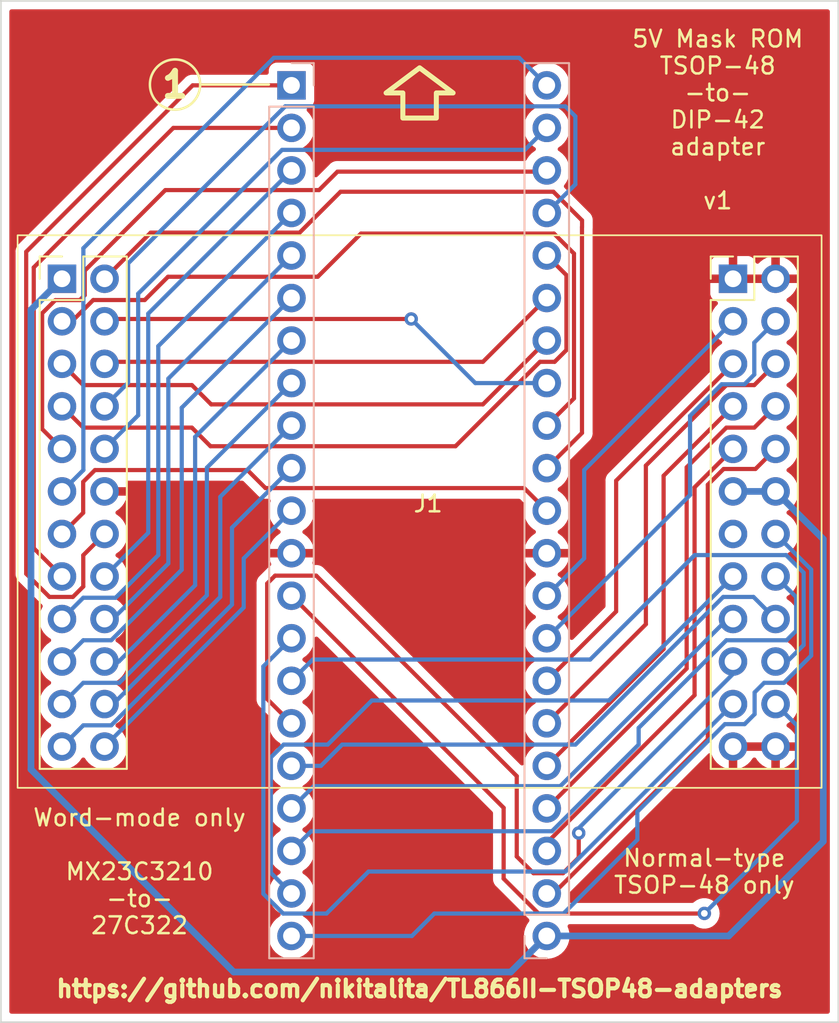
<source format=kicad_pcb>
(kicad_pcb (version 20211014) (generator pcbnew)
  (layers (0 "F.Cu" signal) (31 "B.Cu" signal) (34 "B.Paste" user) (35 "F.Paste" user) (36 "B.SilkS" user "B.Silkscreen") (37 "F.SilkS" user "F.Silkscreen") (38 "B.Mask" user) (39 "F.Mask" user) (44 "Edge.Cuts" user))
  (net 0 "")
  (net 2 "/A19")
  (net 3 "/VSS")
  (net 4 "/VCC")
  (net 5 "/A18")
  (net 6 "/A17")
  (net 7 "/A7")
  (net 8 "/A6")
  (net 9 "/A5")
  (net 10 "/A4")
  (net 11 "/A3")
  (net 12 "/A2")
  (net 13 "/A1")
  (net 14 "/A0")
  (net 15 "/~{CE}")
  (net 16 "/~{OE}")
  (net 17 "/D0")
  (net 18 "/D8")
  (net 19 "/D1")
  (net 20 "/D9")
  (net 21 "/D2")
  (net 22 "/D10")
  (net 23 "/D3")
  (net 24 "/D11")
  (net 25 "/D4")
  (net 26 "/D12")
  (net 27 "/D5")
  (net 28 "/D13")
  (net 29 "/D6")
  (net 30 "/D14")
  (net 31 "/D7")
  (net 32 "/D15")
  (net 33 "/A20")
  (net 34 "/A16")
  (net 35 "/A15")
  (net 36 "/A14")
  (net 37 "/A13")
  (net 38 "/A12")
  (net 39 "/A11")
  (net 40 "/A10")
  (net 41 "/A9")
  (net 42 "/A8")
  (footprint "Library:TSOP-48_02x02x12_breakout board" (layer "F.Cu") (at 145 81)
    (fp_text reference "J1" (at 0 -0.51 unlocked) (layer "F.SilkS"))
    (fp_text value "TSOP-48-breakout-board")
    (fp_line (start -21.858 -15.272) (end -23.188 -15.272) (layer "F.SilkS") (width 0.12))
    (fp_line (start 18.202 -15.272) (end 16.872 -15.272) (layer "F.SilkS") (width 0.12))
    (fp_line (start 16.872 -15.272) (end 16.872 -13.942) (layer "F.SilkS") (width 0.12))
    (fp_line (start -17.988 15.328) (end -23.188 15.328) (layer "F.SilkS") (width 0.12))
    (fp_line (start 22.072 -15.272) (end 22.072 15.328) (layer "F.SilkS") (width 0.12))
    (fp_line (start -23.188 -15.272) (end -23.188 -13.942) (layer "F.SilkS") (width 0.12))
    (fp_line (start 19.472 -12.672) (end 16.872 -12.672) (layer "F.SilkS") (width 0.12))
    (fp_line (start -23.188 -12.672) (end -23.188 15.328) (layer "F.SilkS") (width 0.12))
    (fp_line (start 22.072 15.328) (end 16.872 15.328) (layer "F.SilkS") (width 0.12))
    (fp_line (start 19.472 -15.272) (end 19.472 -12.672) (layer "F.SilkS") (width 0.12))
    (fp_line (start -20.588 -15.272) (end -20.588 -12.672) (layer "F.SilkS") (width 0.12))
    (fp_line (start 22.072 -15.272) (end 19.472 -15.272) (layer "F.SilkS") (width 0.12))
    (fp_line (start -17.988 -15.272) (end -20.588 -15.272) (layer "F.SilkS") (width 0.12))
    (fp_line (start -20.588 -12.672) (end -23.188 -12.672) (layer "F.SilkS") (width 0.12))
    (fp_line (start 16.872 -12.672) (end 16.872 15.328) (layer "F.SilkS") (width 0.12))
    (fp_line (start -17.988 -15.272) (end -17.988 15.328) (layer "F.SilkS") (width 0.12))
    (pad "1" thru_hole rect (at -21.858 -13.942 180) (size 1.7 1.7) (drill 1) (layers *.Cu *.Mask) (net 4 "/VCC"))
    (pad "2" thru_hole oval (at -19.318 -13.942 180) (size 1.7 1.7) (drill 1) (layers *.Cu *.Mask) (net 34 "/A16"))
    (pad "3" thru_hole oval (at -21.858 -11.402 180) (size 1.7 1.7) (drill 1) (layers *.Cu *.Mask) (net 35 "/A15"))
    (pad "4" thru_hole oval (at -19.318 -11.402 180) (size 1.7 1.7) (drill 1) (layers *.Cu *.Mask) (net 36 "/A14"))
    (pad "5" thru_hole oval (at -21.858 -8.862 180) (size 1.7 1.7) (drill 1) (layers *.Cu *.Mask) (net 37 "/A13"))
    (pad "6" thru_hole oval (at -19.318 -8.862 180) (size 1.7 1.7) (drill 1) (layers *.Cu *.Mask) (net 38 "/A12"))
    (pad "7" thru_hole oval (at -21.858 -6.322 180) (size 1.7 1.7) (drill 1) (layers *.Cu *.Mask) (net 39 "/A11"))
    (pad "8" thru_hole oval (at -19.318 -6.322 180) (size 1.7 1.7) (drill 1) (layers *.Cu *.Mask) (net 40 "/A10"))
    (pad "9" thru_hole oval (at -21.858 -3.782 180) (size 1.7 1.7) (drill 1) (layers *.Cu *.Mask) (net 41 "/A9"))
    (pad "10" thru_hole oval (at -19.318 -3.782 180) (size 1.7 1.7) (drill 1) (layers *.Cu *.Mask) (net 42 "/A8"))
    (pad "11" thru_hole oval (at -21.858 -1.242 180) (size 1.7 1.7) (drill 1) (layers *.Cu *.Mask) (net 2 "/A19"))
    (pad "12" thru_hole oval (at -19.318 -1.242 180) (size 1.7 1.7) (drill 1) (layers *.Cu *.Mask) (net 3 "/VSS"))
    (pad "13" thru_hole oval (at -21.858 1.298 180) (size 1.7 1.7) (drill 1) (layers *.Cu *.Mask) (net 33 "/A20"))
    (pad "14" thru_hole oval (at -19.318 1.298 180) (size 1.7 1.7) (drill 1) (layers *.Cu *.Mask) (net 5 "/A18"))
    (pad "15" thru_hole oval (at -21.858 3.838 180) (size 1.7 1.7) (drill 1) (layers *.Cu *.Mask) (net 6 "/A17"))
    (pad "16" thru_hole oval (at -19.318 3.838 180) (size 1.7 1.7) (drill 1) (layers *.Cu *.Mask) (net 7 "/A7"))
    (pad "17" thru_hole oval (at -21.858 6.378 180) (size 1.7 1.7) (drill 1) (layers *.Cu *.Mask) (net 8 "/A6"))
    (pad "18" thru_hole oval (at -19.318 6.378 180) (size 1.7 1.7) (drill 1) (layers *.Cu *.Mask) (net 9 "/A5"))
    (pad "19" thru_hole oval (at -21.858 8.918 180) (size 1.7 1.7) (drill 1) (layers *.Cu *.Mask) (net 10 "/A4"))
    (pad "20" thru_hole oval (at -19.318 8.918 180) (size 1.7 1.7) (drill 1) (layers *.Cu *.Mask) (net 11 "/A3"))
    (pad "21" thru_hole oval (at -21.858 11.458 180) (size 1.7 1.7) (drill 1) (layers *.Cu *.Mask) (net 12 "/A2"))
    (pad "22" thru_hole oval (at -19.318 11.458 180) (size 1.7 1.7) (drill 1) (layers *.Cu *.Mask) (net 13 "/A1"))
    (pad "23" thru_hole oval (at -21.858 13.998 180) (size 1.7 1.7) (drill 1) (layers *.Cu *.Mask) (net 14 "/A0"))
    (pad "24" thru_hole oval (at -19.318 13.998 180) (size 1.7 1.7) (drill 1) (layers *.Cu *.Mask) (net 15 "/~{CE}"))
    (pad "25" thru_hole oval (at 20.742 13.998 180) (size 1.7 1.7) (drill 1) (layers *.Cu *.Mask) (net 3 "/VSS"))
    (pad "26" thru_hole oval (at 18.202 13.998 180) (size 1.7 1.7) (drill 1) (layers *.Cu *.Mask) (net 3 "/VSS"))
    (pad "27" thru_hole oval (at 20.742 11.458 180) (size 1.7 1.7) (drill 1) (layers *.Cu *.Mask) (net 16 "/~{OE}"))
    (pad "28" thru_hole oval (at 18.202 11.458 180) (size 1.7 1.7) (drill 1) (layers *.Cu *.Mask) (net 17 "/D0"))
    (pad "29" thru_hole oval (at 20.742 8.918 180) (size 1.7 1.7) (drill 1) (layers *.Cu *.Mask) (net 18 "/D8"))
    (pad "30" thru_hole oval (at 18.202 8.918 180) (size 1.7 1.7) (drill 1) (layers *.Cu *.Mask) (net 19 "/D1"))
    (pad "31" thru_hole oval (at 20.742 6.378 180) (size 1.7 1.7) (drill 1) (layers *.Cu *.Mask) (net 20 "/D9"))
    (pad "32" thru_hole oval (at 18.202 6.378 180) (size 1.7 1.7) (drill 1) (layers *.Cu *.Mask) (net 21 "/D2"))
    (pad "33" thru_hole oval (at 20.742 3.838 180) (size 1.7 1.7) (drill 1) (layers *.Cu *.Mask) (net 22 "/D10"))
    (pad "34" thru_hole oval (at 18.202 3.838 180) (size 1.7 1.7) (drill 1) (layers *.Cu *.Mask) (net 23 "/D3"))
    (pad "35" thru_hole oval (at 20.742 1.298 180) (size 1.7 1.7) (drill 1) (layers *.Cu *.Mask) (net 24 "/D11"))
    (pad "36" thru_hole oval (at 18.202 1.298 180) (size 1.7 1.7) (drill 1) (layers *.Cu *.Mask))
    (pad "37" thru_hole oval (at 20.742 -1.242 180) (size 1.7 1.7) (drill 1) (layers *.Cu *.Mask) (net 4 "/VCC"))
    (pad "38" thru_hole oval (at 18.202 -1.242 180) (size 1.7 1.7) (drill 1) (layers *.Cu *.Mask) (net 4 "/VCC"))
    (pad "39" thru_hole oval (at 20.742 -3.782 180) (size 1.7 1.7) (drill 1) (layers *.Cu *.Mask) (net 25 "/D4"))
    (pad "40" thru_hole oval (at 18.202 -3.782 180) (size 1.7 1.7) (drill 1) (layers *.Cu *.Mask) (net 26 "/D12"))
    (pad "41" thru_hole oval (at 20.742 -6.322 180) (size 1.7 1.7) (drill 1) (layers *.Cu *.Mask) (net 27 "/D5"))
    (pad "42" thru_hole oval (at 18.202 -6.322 180) (size 1.7 1.7) (drill 1) (layers *.Cu *.Mask) (net 28 "/D13"))
    (pad "43" thru_hole oval (at 20.742 -8.862 180) (size 1.7 1.7) (drill 1) (layers *.Cu *.Mask) (net 29 "/D6"))
    (pad "44" thru_hole oval (at 18.202 -8.862 180) (size 1.7 1.7) (drill 1) (layers *.Cu *.Mask) (net 30 "/D14"))
    (pad "45" thru_hole oval (at 20.742 -11.402 180) (size 1.7 1.7) (drill 1) (layers *.Cu *.Mask) (net 31 "/D7"))
    (pad "46" thru_hole oval (at 18.202 -11.402 180) (size 1.7 1.7) (drill 1) (layers *.Cu *.Mask) (net 32 "/D15"))
    (pad "47" thru_hole oval (at 20.742 -13.942 180) (size 1.7 1.7) (drill 1) (layers *.Cu *.Mask) (net 3 "/VSS"))
    (pad "48" thru_hole rect (at 18.202 -13.942 180) (size 1.7 1.7) (drill 1) (layers *.Cu *.Mask) (net 3 "/VSS"))
  )
  (footprint "Library:27C322 Adaptor" (layer "B.Cu") (at 152.082 55.508 180)
    (fp_text reference "U2" hide)
    (fp_text value "27C322" hide)
    (fp_line (start 16.57 -1.27) (end 16.57 -52.13) (layer "B.SilkS") (width 0.12))
    (fp_line (start 1.33 -49.53) (end 1.33 1.33) (layer "B.SilkS") (width 0.12))
    (fp_line (start 13.91 1.33) (end 15.24 1.33) (layer "B.SilkS") (width 0.12))
    (fp_line (start 13.91 0) (end 13.91 1.33) (layer "B.SilkS") (width 0.12))
    (fp_line (start 1.33 1.33) (end -1.33 1.33) (layer "B.SilkS") (width 0.12))
    (fp_line (start 1.33 -50.8) (end 1.33 -52.13) (layer "B.SilkS") (width 0.12))
    (fp_line (start 13.91 -1.27) (end 16.57 -1.27) (layer "B.SilkS") (width 0.12))
    (fp_line (start 13.91 -52.13) (end 16.57 -52.13) (layer "B.SilkS") (width 0.12))
    (fp_line (start 13.91 -1.27) (end 13.91 -52.13) (layer "B.SilkS") (width 0.12))
    (fp_line (start -1.33 -49.53) (end -1.33 1.33) (layer "B.SilkS") (width 0.12))
    (fp_line (start 1.33 -49.53) (end -1.33 -49.53) (layer "B.SilkS") (width 0.12))
    (fp_line (start 1.33 -52.13) (end 0 -52.13) (layer "B.SilkS") (width 0.12))
    (pad "1" thru_hole rect (at 15.24 0 180) (size 1.7 1.7) (drill 1) (layers *.Cu *.Mask) (net 5 "/A18"))
    (pad "2" thru_hole oval (at 15.24 -2.54 180) (size 1.7 1.7) (drill 1) (layers *.Cu *.Mask) (net 6 "/A17"))
    (pad "3" thru_hole oval (at 15.24 -5.08 180) (size 1.7 1.7) (drill 1) (layers *.Cu *.Mask) (net 7 "/A7"))
    (pad "4" thru_hole oval (at 15.24 -7.62 180) (size 1.7 1.7) (drill 1) (layers *.Cu *.Mask) (net 8 "/A6"))
    (pad "5" thru_hole oval (at 15.24 -10.16 180) (size 1.7 1.7) (drill 1) (layers *.Cu *.Mask) (net 9 "/A5"))
    (pad "6" thru_hole oval (at 15.24 -12.7 180) (size 1.7 1.7) (drill 1) (layers *.Cu *.Mask) (net 10 "/A4"))
    (pad "7" thru_hole oval (at 15.24 -15.24 180) (size 1.7 1.7) (drill 1) (layers *.Cu *.Mask) (net 11 "/A3"))
    (pad "8" thru_hole oval (at 15.24 -17.78 180) (size 1.7 1.7) (drill 1) (layers *.Cu *.Mask) (net 12 "/A2"))
    (pad "9" thru_hole oval (at 15.24 -20.32 180) (size 1.7 1.7) (drill 1) (layers *.Cu *.Mask) (net 13 "/A1"))
    (pad "10" thru_hole oval (at 15.24 -22.86 180) (size 1.7 1.7) (drill 1) (layers *.Cu *.Mask) (net 14 "/A0"))
    (pad "11" thru_hole oval (at 15.24 -25.4 180) (size 1.7 1.7) (drill 1) (layers *.Cu *.Mask) (net 15 "/~{CE}"))
    (pad "12" thru_hole oval (at 15.24 -27.94 180) (size 1.7 1.7) (drill 1) (layers *.Cu *.Mask) (net 3 "/VSS"))
    (pad "13" thru_hole oval (at 15.24 -30.48 180) (size 1.7 1.7) (drill 1) (layers *.Cu *.Mask) (net 16 "/~{OE}"))
    (pad "14" thru_hole oval (at 15.24 -33.02 180) (size 1.7 1.7) (drill 1) (layers *.Cu *.Mask) (net 17 "/D0"))
    (pad "15" thru_hole oval (at 15.24 -35.56 180) (size 1.7 1.7) (drill 1) (layers *.Cu *.Mask) (net 18 "/D8"))
    (pad "16" thru_hole oval (at 15.24 -38.1 180) (size 1.7 1.7) (drill 1) (layers *.Cu *.Mask) (net 19 "/D1"))
    (pad "17" thru_hole oval (at 15.24 -40.64 180) (size 1.7 1.7) (drill 1) (layers *.Cu *.Mask) (net 20 "/D9"))
    (pad "18" thru_hole oval (at 15.24 -43.18 180) (size 1.7 1.7) (drill 1) (layers *.Cu *.Mask) (net 21 "/D2"))
    (pad "19" thru_hole oval (at 15.24 -45.72 180) (size 1.7 1.7) (drill 1) (layers *.Cu *.Mask) (net 22 "/D10"))
    (pad "20" thru_hole oval (at 15.24 -48.26 180) (size 1.7 1.7) (drill 1) (layers *.Cu *.Mask) (net 23 "/D3"))
    (pad "21" thru_hole oval (at 15.24 -50.8 180) (size 1.7 1.7) (drill 1) (layers *.Cu *.Mask) (net 24 "/D11"))
    (pad "22" thru_hole oval (at 0 -50.8 180) (size 1.7 1.7) (drill 1) (layers *.Cu *.Mask) (net 4 "/VCC"))
    (pad "23" thru_hole oval (at 0 -48.26 180) (size 1.7 1.7) (drill 1) (layers *.Cu *.Mask) (net 25 "/D4"))
    (pad "24" thru_hole oval (at 0 -45.72 180) (size 1.7 1.7) (drill 1) (layers *.Cu *.Mask) (net 26 "/D12"))
    (pad "25" thru_hole oval (at 0 -43.18 180) (size 1.7 1.7) (drill 1) (layers *.Cu *.Mask) (net 27 "/D5"))
    (pad "26" thru_hole oval (at 0 -40.64 180) (size 1.7 1.7) (drill 1) (layers *.Cu *.Mask) (net 28 "/D13"))
    (pad "27" thru_hole oval (at 0 -38.1 180) (size 1.7 1.7) (drill 1) (layers *.Cu *.Mask) (net 29 "/D6"))
    (pad "28" thru_hole oval (at 0 -35.56 180) (size 1.7 1.7) (drill 1) (layers *.Cu *.Mask) (net 30 "/D14"))
    (pad "29" thru_hole oval (at 0 -33.02 180) (size 1.7 1.7) (drill 1) (layers *.Cu *.Mask) (net 31 "/D7"))
    (pad "30" thru_hole oval (at 0 -30.48 180) (size 1.7 1.7) (drill 1) (layers *.Cu *.Mask) (net 32 "/D15"))
    (pad "31" thru_hole oval (at 0 -27.94 180) (size 1.7 1.7) (drill 1) (layers *.Cu *.Mask) (net 3 "/VSS"))
    (pad "32" thru_hole oval (at 0 -25.4 180) (size 1.7 1.7) (drill 1) (layers *.Cu *.Mask) (net 33 "/A20"))
    (pad "33" thru_hole oval (at 0 -22.86 180) (size 1.7 1.7) (drill 1) (layers *.Cu *.Mask) (net 34 "/A16"))
    (pad "34" thru_hole oval (at 0 -20.32 180) (size 1.7 1.7) (drill 1) (layers *.Cu *.Mask) (net 35 "/A15"))
    (pad "35" thru_hole oval (at 0 -17.78 180) (size 1.7 1.7) (drill 1) (layers *.Cu *.Mask) (net 36 "/A14"))
    (pad "36" thru_hole oval (at 0 -15.24 180) (size 1.7 1.7) (drill 1) (layers *.Cu *.Mask) (net 37 "/A13"))
    (pad "37" thru_hole oval (at 0 -12.7 180) (size 1.7 1.7) (drill 1) (layers *.Cu *.Mask) (net 38 "/A12"))
    (pad "38" thru_hole oval (at 0 -10.16 180) (size 1.7 1.7) (drill 1) (layers *.Cu *.Mask) (net 39 "/A11"))
    (pad "39" thru_hole oval (at 0 -7.62 180) (size 1.7 1.7) (drill 1) (layers *.Cu *.Mask) (net 40 "/A10"))
    (pad "40" thru_hole oval (at 0 -5.08 180) (size 1.7 1.7) (drill 1) (layers *.Cu *.Mask) (net 41 "/A9"))
    (pad "41" thru_hole oval (at 0 -2.54 180) (size 1.7 1.7) (drill 1) (layers *.Cu *.Mask) (net 42 "/A8"))
    (pad "42" thru_hole oval (at 0 0 180) (size 1.7 1.7) (drill 1) (layers *.Cu *.Mask) (net 2 "/A19"))
  )
  (gr_circle (center 129.89 55.46) (end 131.39 55.46) (layer "F.SilkS") (width 0.15) (fill none))
  (gr_poly (pts (xy 146.49 55.96) (xy 145.49 55.96) (xy 145.49 57.46) (xy 143.49 57.46) (xy 143.49 55.96) (xy 142.49 55.96) (xy 144.49 54.46)) (layer "F.SilkS") (width 0.3) (fill none))
  (gr_rect (start 120.49 64.46) (end 168.49 97.46) (layer "F.SilkS") (width 0.1) (fill none))
  (gr_line (start 135.49 55.46) (end 131.49 55.46) (layer "F.SilkS") (width 0.15))
  (gr_rect (start 119.49 50.46) (end 169.49 111.46) (layer "Edge.Cuts") (width 0.1) (fill none))
  (gr_text "1" (at 129.89 55.46) (layer "F.SilkS") (effects (font (size 1.5 1.5) (thickness 0.35))))
  (gr_text "https://github.com/nikitalita/TL866II-TSOP48-adapters" (at 144.49 109.46) (layer "F.SilkS") (effects (font (size 1 1) (thickness 0.25))))
  (gr_text "Normal-type\nTSOP-48 only" (at 161.49 102.46) (layer "F.SilkS") (effects (font (size 1 1))))
  (gr_text "Word-mode only\n\nMX23C3210\n-to-\n27C322" (at 127.77 102.46) (layer "F.SilkS") (effects (font (size 1 1))))
  (gr_text "5V Mask ROM\nTSOP-48\n-to-\nDIP-42\nadapter\n\nv1" (at 162.29 57.56) (layer "F.SilkS") (effects (font (size 1 1))))
  (segment (start 124.4174 65.2326) (end 124.4174 78.4826) (width 0.25) (layer "B.Cu") (net 2))
  (segment (start 135.79 53.86) (end 124.4174 65.2326) (width 0.25) (layer "B.Cu") (net 2))
  (segment (start 124.4174 78.4826) (end 123.142 79.758) (width 0.25) (layer "B.Cu") (net 2))
  (segment (start 152.082 55.508) (end 150.434 53.86) (width 0.25) (layer "B.Cu") (net 2))
  (segment (start 150.434 53.86) (end 135.79 53.86) (width 0.25) (layer "B.Cu") (net 2))
  (segment (start 133.39 108.46) (end 121.29 96.36) (width 0.4) (layer "B.Cu") (net 4))
  (segment (start 152.082 106.308) (end 149.93 108.46) (width 0.4) (layer "B.Cu") (net 4))
  (segment (start 162.942 106.308) (end 168.59 100.66) (width 0.4) (layer "B.Cu") (net 4))
  (segment (start 168.59 82.606) (end 165.742 79.758) (width 0.4) (layer "B.Cu") (net 4))
  (segment (start 168.59 100.66) (end 168.59 82.606) (width 0.4) (layer "B.Cu") (net 4))
  (segment (start 121.29 68.91) (end 123.142 67.058) (width 0.4) (layer "B.Cu") (net 4))
  (segment (start 149.93 108.46) (end 133.39 108.46) (width 0.4) (layer "B.Cu") (net 4))
  (segment (start 163.202 79.758) (end 165.742 79.758) (width 0.4) (layer "B.Cu") (net 4))
  (segment (start 121.29 96.36) (end 121.29 68.91) (width 0.4) (layer "B.Cu") (net 4))
  (segment (start 152.082 106.308) (end 162.942 106.308) (width 0.4) (layer "B.Cu") (net 4))
  (segment (start 121.0044 65.4456) (end 121.0044 84.6744) (width 0.25) (layer "F.Cu") (net 5))
  (segment (start 121.0044 84.6744) (end 122.39 86.06) (width 0.25) (layer "F.Cu") (net 5))
  (segment (start 123.79 86.06) (end 124.412 85.438) (width 0.25) (layer "F.Cu") (net 5))
  (segment (start 124.412 85.438) (end 124.412 83.568) (width 0.25) (layer "F.Cu") (net 5))
  (segment (start 130.942 55.508) (end 121.0044 65.4456) (width 0.25) (layer "F.Cu") (net 5))
  (segment (start 124.412 83.568) (end 125.682 82.298) (width 0.25) (layer "F.Cu") (net 5))
  (segment (start 136.842 55.508) (end 130.942 55.508) (width 0.25) (layer "F.Cu") (net 5))
  (segment (start 122.39 86.06) (end 123.79 86.06) (width 0.25) (layer "F.Cu") (net 5))
  (segment (start 136.842 58.048) (end 129.7896 58.048) (width 0.25) (layer "F.Cu") (net 6))
  (segment (start 129.7896 58.048) (end 121.4548 66.3828) (width 0.25) (layer "F.Cu") (net 6))
  (segment (start 121.4548 66.3828) (end 121.4548 83.1508) (width 0.25) (layer "F.Cu") (net 6))
  (segment (start 121.4548 83.1508) (end 123.142 84.838) (width 0.25) (layer "F.Cu") (net 6))
  (segment (start 125.682 84.838) (end 128.29 82.23) (width 0.25) (layer "B.Cu") (net 7))
  (segment (start 128.29 69.14) (end 136.842 60.588) (width 0.25) (layer "B.Cu") (net 7))
  (segment (start 128.29 82.23) (end 128.29 69.14) (width 0.25) (layer "B.Cu") (net 7))
  (segment (start 128.89 71.08) (end 128.89 83.56) (width 0.25) (layer "B.Cu") (net 8))
  (segment (start 128.89 83.56) (end 126.342 86.108) (width 0.25) (layer "B.Cu") (net 8))
  (segment (start 136.842 63.128) (end 128.89 71.08) (width 0.25) (layer "B.Cu") (net 8))
  (segment (start 124.412 86.108) (end 123.142 87.378) (width 0.25) (layer "B.Cu") (net 8))
  (segment (start 126.342 86.108) (end 124.412 86.108) (width 0.25) (layer "B.Cu") (net 8))
  (segment (start 126.172 87.378) (end 125.682 87.378) (width 0.25) (layer "B.Cu") (net 9))
  (segment (start 129.49 73.02) (end 129.49 84.06) (width 0.25) (layer "B.Cu") (net 9))
  (segment (start 129.49 84.06) (end 126.172 87.378) (width 0.25) (layer "B.Cu") (net 9))
  (segment (start 136.842 65.668) (end 129.49 73.02) (width 0.25) (layer "B.Cu") (net 9))
  (segment (start 124.412 88.648) (end 123.142 89.918) (width 0.25) (layer "B.Cu") (net 10))
  (segment (start 130.29 84.4364) (end 126.0784 88.648) (width 0.25) (layer "B.Cu") (net 10))
  (segment (start 130.29 74.76) (end 130.29 84.4364) (width 0.25) (layer "B.Cu") (net 10))
  (segment (start 136.842 68.208) (end 130.29 74.76) (width 0.25) (layer "B.Cu") (net 10))
  (segment (start 126.0784 88.648) (end 124.412 88.648) (width 0.25) (layer "B.Cu") (net 10))
  (segment (start 126.532 89.918) (end 125.682 89.918) (width 0.25) (layer "B.Cu") (net 11))
  (segment (start 136.842 70.748) (end 131.09 76.5) (width 0.25) (layer "B.Cu") (net 11))
  (segment (start 131.09 76.5) (end 131.09 85.36) (width 0.25) (layer "B.Cu") (net 11))
  (segment (start 131.09 85.36) (end 126.532 89.918) (width 0.25) (layer "B.Cu") (net 11))
  (segment (start 126.562 91.188) (end 124.412 91.188) (width 0.25) (layer "B.Cu") (net 12))
  (segment (start 131.79 78.34) (end 131.79 85.96) (width 0.25) (layer "B.Cu") (net 12))
  (segment (start 136.842 73.288) (end 131.79 78.34) (width 0.25) (layer "B.Cu") (net 12))
  (segment (start 124.412 91.188) (end 123.142 92.458) (width 0.25) (layer "B.Cu") (net 12))
  (segment (start 131.79 85.96) (end 126.562 91.188) (width 0.25) (layer "B.Cu") (net 12))
  (segment (start 126.192 92.458) (end 132.59 86.06) (width 0.25) (layer "B.Cu") (net 13))
  (segment (start 132.59 86.06) (end 132.59 80.08) (width 0.25) (layer "B.Cu") (net 13))
  (segment (start 132.59 80.08) (end 136.842 75.828) (width 0.25) (layer "B.Cu") (net 13))
  (segment (start 125.682 92.458) (end 126.192 92.458) (width 0.25) (layer "B.Cu") (net 13))
  (segment (start 124.412 93.728) (end 126.0784 93.728) (width 0.25) (layer "B.Cu") (net 14))
  (segment (start 126.0784 93.728) (end 133.29 86.5164) (width 0.25) (layer "B.Cu") (net 14))
  (segment (start 133.29 81.92) (end 136.842 78.368) (width 0.25) (layer "B.Cu") (net 14))
  (segment (start 133.29 86.5164) (end 133.29 81.92) (width 0.25) (layer "B.Cu") (net 14))
  (segment (start 123.142 94.998) (end 124.412 93.728) (width 0.25) (layer "B.Cu") (net 14))
  (segment (start 136.842 80.908) (end 133.99 83.76) (width 0.25) (layer "B.Cu") (net 15))
  (segment (start 133.99 86.69) (end 125.682 94.998) (width 0.25) (layer "B.Cu") (net 15))
  (segment (start 133.99 83.76) (end 133.99 86.69) (width 0.25) (layer "B.Cu") (net 15))
  (segment (start 161.4827 104.9673) (end 151.5901 104.9673) (width 0.25) (layer "F.Cu") (net 16))
  (segment (start 161.49 104.96) (end 161.4827 104.9673) (width 0.25) (layer "F.Cu") (net 16))
  (segment (start 149.5074 102.8846) (end 149.5074 98.6534) (width 0.25) (layer "F.Cu") (net 16))
  (segment (start 151.5901 104.9673) (end 149.5074 102.8846) (width 0.25) (layer "F.Cu") (net 16))
  (segment (start 149.5074 98.6534) (end 136.842 85.988) (width 0.25) (layer "F.Cu") (net 16))
  (via (at 161.49 104.96) (size 0.8) (drill 0.4) (layers "F.Cu" "B.Cu") (net 16))
  (segment (start 161.49 104.96) (end 167.016511 99.433489) (width 0.25) (layer "B.Cu") (net 16))
  (segment (start 167.016511 99.433489) (end 167.016511 93.732511) (width 0.25) (layer "B.Cu") (net 16))
  (segment (start 167.016511 93.732511) (end 165.742 92.458) (width 0.25) (layer "B.Cu") (net 16))
  (segment (start 135.1613 90.2087) (end 135.1613 103.7868) (width 0.25) (layer "B.Cu") (net 17))
  (segment (start 136.3418 104.9673) (end 138.9348 104.9673) (width 0.25) (layer "B.Cu") (net 17))
  (segment (start 138.9348 104.9673) (end 141.4421 102.46) (width 0.25) (layer "B.Cu") (net 17))
  (segment (start 153.2 102.46) (end 163.202 92.458) (width 0.25) (layer "B.Cu") (net 17))
  (segment (start 136.842 88.528) (end 135.1613 90.2087) (width 0.25) (layer "B.Cu") (net 17))
  (segment (start 135.1613 103.7868) (end 136.3418 104.9673) (width 0.25) (layer "B.Cu") (net 17))
  (segment (start 141.4421 102.46) (end 153.2 102.46) (width 0.25) (layer "B.Cu") (net 17))
  (segment (start 160.9132 83.56) (end 166.368282 83.56) (width 0.25) (layer "B.Cu") (net 18))
  (segment (start 154.6752 89.798) (end 160.9132 83.56) (width 0.25) (layer "B.Cu") (net 18))
  (segment (start 136.842 91.068) (end 138.112 89.798) (width 0.25) (layer "B.Cu") (net 18))
  (segment (start 166.368282 83.56) (end 167.4196 84.611318) (width 0.25) (layer "B.Cu") (net 18))
  (segment (start 167.4196 84.611318) (end 167.4196 88.9304) (width 0.25) (layer "B.Cu") (net 18))
  (segment (start 166.432 89.918) (end 165.742 89.918) (width 0.25) (layer "B.Cu") (net 18))
  (segment (start 138.112 89.798) (end 154.6752 89.798) (width 0.25) (layer "B.Cu") (net 18))
  (segment (start 167.4196 88.9304) (end 166.432 89.918) (width 0.25) (layer "B.Cu") (net 18))
  (segment (start 135.39 92.156) (end 136.842 93.608) (width 0.25) (layer "F.Cu") (net 19))
  (segment (start 135.8613 84.7887) (end 135.39 85.26) (width 0.25) (layer "F.Cu") (net 19))
  (segment (start 135.39 85.26) (end 135.39 92.156) (width 0.25) (layer "F.Cu") (net 19))
  (segment (start 150.29 96.76) (end 138.3187 84.7887) (width 0.25) (layer "F.Cu") (net 19))
  (segment (start 153.99 100.16) (end 153.99 101.624282) (width 0.25) (layer "F.Cu") (net 19))
  (segment (start 138.3187 84.7887) (end 135.8613 84.7887) (width 0.25) (layer "F.Cu") (net 19))
  (segment (start 151.29 102.56) (end 150.29 101.56) (width 0.25) (layer "F.Cu") (net 19))
  (segment (start 153.054282 102.56) (end 151.29 102.56) (width 0.25) (layer "F.Cu") (net 19))
  (segment (start 150.29 101.56) (end 150.29 96.76) (width 0.25) (layer "F.Cu") (net 19))
  (segment (start 153.99 101.624282) (end 153.054282 102.56) (width 0.25) (layer "F.Cu") (net 19))
  (via (at 153.99 100.16) (size 0.8) (drill 0.4) (layers "F.Cu" "B.Cu") (net 19))
  (segment (start 163.202 90.6561) (end 163.202 89.918) (width 0.25) (layer "B.Cu") (net 19))
  (segment (start 153.99 100.16) (end 153.99 99.8681) (width 0.25) (layer "B.Cu") (net 19))
  (segment (start 153.99 99.8681) (end 163.202 90.6561) (width 0.25) (layer "B.Cu") (net 19))
  (segment (start 136.842 96.148) (end 138.5977 96.148) (width 0.25) (layer "B.Cu") (net 20))
  (segment (start 139.8677 94.878) (end 153.7989 94.878) (width 0.25) (layer "B.Cu") (net 20))
  (segment (start 162.6169 86.06) (end 164.424 86.06) (width 0.25) (layer "B.Cu") (net 20))
  (segment (start 153.7989 94.878) (end 162.6169 86.06) (width 0.25) (layer "B.Cu") (net 20))
  (segment (start 138.5977 96.148) (end 139.8677 94.878) (width 0.25) (layer "B.Cu") (net 20))
  (segment (start 164.424 86.06) (end 165.742 87.378) (width 0.25) (layer "B.Cu") (net 20))
  (segment (start 152.89 97.36) (end 138.17 97.36) (width 0.25) (layer "B.Cu") (net 21))
  (segment (start 162.872 87.378) (end 152.89 97.36) (width 0.25) (layer "B.Cu") (net 21))
  (segment (start 163.202 87.378) (end 162.872 87.378) (width 0.25) (layer "B.Cu") (net 21))
  (segment (start 138.17 97.36) (end 136.842 98.688) (width 0.25) (layer "B.Cu") (net 21))
  (segment (start 166.402 88.648) (end 166.97008 88.07992) (width 0.25) (layer "B.Cu") (net 22))
  (segment (start 138.0174 100.0526) (end 152.39385 100.0526) (width 0.25) (layer "B.Cu") (net 22))
  (segment (start 166.97008 88.07992) (end 166.97008 86.06608) (width 0.25) (layer "B.Cu") (net 22))
  (segment (start 157.567 93.883) (end 162.802 88.648) (width 0.25) (layer "B.Cu") (net 22))
  (segment (start 136.842 101.228) (end 138.0174 100.0526) (width 0.25) (layer "B.Cu") (net 22))
  (segment (start 157.567 94.87945) (end 157.567 93.883) (width 0.25) (layer "B.Cu") (net 22))
  (segment (start 166.97008 86.06608) (end 165.742 84.838) (width 0.25) (layer "B.Cu") (net 22))
  (segment (start 162.802 88.648) (end 166.402 88.648) (width 0.25) (layer "B.Cu") (net 22))
  (segment (start 152.39385 100.0526) (end 157.567 94.87945) (width 0.25) (layer "B.Cu") (net 22))
  (segment (start 139.0055 94.878) (end 141.6402 92.2433) (width 0.25) (layer "B.Cu") (net 23))
  (segment (start 141.6402 92.2433) (end 155.7967 92.2433) (width 0.25) (layer "B.Cu") (net 23))
  (segment (start 155.7967 92.2433) (end 163.202 84.838) (width 0.25) (layer "B.Cu") (net 23))
  (segment (start 135.6117 102.5377) (end 135.6117 95.6412) (width 0.25) (layer "B.Cu") (net 23))
  (segment (start 136.3749 94.878) (end 139.0055 94.878) (width 0.25) (layer "B.Cu") (net 23))
  (segment (start 135.6117 95.6412) (end 136.3749 94.878) (width 0.25) (layer "B.Cu") (net 23))
  (segment (start 136.842 103.768) (end 135.6117 102.5377) (width 0.25) (layer "B.Cu") (net 23))
  (segment (start 144.0293 106.308) (end 145.37 104.9673) (width 0.25) (layer "B.Cu") (net 24))
  (segment (start 167.86912 84.42512) (end 165.742 82.298) (width 0.25) (layer "B.Cu") (net 24))
  (segment (start 153.0827 104.9673) (end 157.4905 100.5595) (width 0.25) (layer "B.Cu") (net 24))
  (segment (start 145.37 104.9673) (end 153.0827 104.9673) (width 0.25) (layer "B.Cu") (net 24))
  (segment (start 162.7156 93.6573) (end 163.8927 93.6573) (width 0.25) (layer "B.Cu") (net 24))
  (segment (start 157.4905 100.5595) (end 157.4905 98.8824) (width 0.25) (layer "B.Cu") (net 24))
  (segment (start 163.8927 93.6573) (end 164.49 93.06) (width 0.25) (layer "B.Cu") (net 24))
  (segment (start 166.2421 91.188) (end 167.86912 89.56098) (width 0.25) (layer "B.Cu") (net 24))
  (segment (start 167.86912 89.56098) (end 167.86912 84.42512) (width 0.25) (layer "B.Cu") (net 24))
  (segment (start 164.49 91.76) (end 165.062 91.188) (width 0.25) (layer "B.Cu") (net 24))
  (segment (start 165.062 91.188) (end 166.2421 91.188) (width 0.25) (layer "B.Cu") (net 24))
  (segment (start 136.842 106.308) (end 144.0293 106.308) (width 0.25) (layer "B.Cu") (net 24))
  (segment (start 157.4905 98.8824) (end 162.7156 93.6573) (width 0.25) (layer "B.Cu") (net 24))
  (segment (start 164.49 93.06) (end 164.49 91.76) (width 0.25) (layer "B.Cu") (net 24))
  (segment (start 164.5427 78.4173) (end 165.742 77.218) (width 0.25) (layer "F.Cu") (net 25))
  (segment (start 152.482 103.768) (end 161.6965 94.5535) (width 0.25) (layer "F.Cu") (net 25))
  (segment (start 161.6965 79.3604) (end 162.6396 78.4173) (width 0.25) (layer "F.Cu") (net 25))
  (segment (start 161.6965 94.5535) (end 161.6965 79.3604) (width 0.25) (layer "F.Cu") (net 25))
  (segment (start 152.082 103.768) (end 152.482 103.768) (width 0.25) (layer "F.Cu") (net 25))
  (segment (start 162.6396 78.4173) (end 164.5427 78.4173) (width 0.25) (layer "F.Cu") (net 25))
  (segment (start 160.9059 79.5141) (end 160.9059 91.9265) (width 0.25) (layer "F.Cu") (net 26))
  (segment (start 160.9059 91.9265) (end 152.082 100.7504) (width 0.25) (layer "F.Cu") (net 26))
  (segment (start 163.202 77.218) (end 160.9059 79.5141) (width 0.25) (layer "F.Cu") (net 26))
  (segment (start 152.082 100.7504) (end 152.082 101.228) (width 0.25) (layer "F.Cu") (net 26))
  (segment (start 152.082 98.688) (end 160.4338 90.3362) (width 0.25) (layer "F.Cu") (net 27))
  (segment (start 160.4338 78.3198) (end 162.8056 75.948) (width 0.25) (layer "F.Cu") (net 27))
  (segment (start 164.472 75.948) (end 165.742 74.678) (width 0.25) (layer "F.Cu") (net 27))
  (segment (start 162.8056 75.948) (end 164.472 75.948) (width 0.25) (layer "F.Cu") (net 27))
  (segment (start 160.4338 90.3362) (end 160.4338 78.3198) (width 0.25) (layer "F.Cu") (net 27))
  (segment (start 159.0569 89.1731) (end 159.0569 78.8231) (width 0.25) (layer "F.Cu") (net 28))
  (segment (start 152.082 96.148) (end 159.0569 89.1731) (width 0.25) (layer "F.Cu") (net 28))
  (segment (start 159.0569 78.8231) (end 163.202 74.678) (width 0.25) (layer "F.Cu") (net 28))
  (segment (start 162.8056 73.408) (end 164.472 73.408) (width 0.25) (layer "F.Cu") (net 29))
  (segment (start 164.472 73.408) (end 165.742 72.138) (width 0.25) (layer "F.Cu") (net 29))
  (segment (start 152.082 93.608) (end 157.9985 87.6915) (width 0.25) (layer "F.Cu") (net 29))
  (segment (start 157.9985 78.2151) (end 162.8056 73.408) (width 0.25) (layer "F.Cu") (net 29))
  (segment (start 157.9985 87.6915) (end 157.9985 78.2151) (width 0.25) (layer "F.Cu") (net 29))
  (segment (start 156.2244 79.1156) (end 163.202 72.138) (width 0.25) (layer "F.Cu") (net 30))
  (segment (start 152.082 91.068) (end 156.2244 86.9256) (width 0.25) (layer "F.Cu") (net 30))
  (segment (start 156.2244 86.9256) (end 156.2244 79.1156) (width 0.25) (layer "F.Cu") (net 30))
  (segment (start 164.472 72.778) (end 163.89 73.36) (width 0.25) (layer "B.Cu") (net 31))
  (segment (start 163.89 73.36) (end 162.5218 73.36) (width 0.25) (layer "B.Cu") (net 31))
  (segment (start 160.6351 79.9749) (end 152.082 88.528) (width 0.25) (layer "B.Cu") (net 31))
  (segment (start 162.5218 73.36) (end 160.6351 75.2467) (width 0.25) (layer "B.Cu") (net 31))
  (segment (start 164.472 70.868) (end 164.472 72.778) (width 0.25) (layer "B.Cu") (net 31))
  (segment (start 165.742 69.598) (end 164.472 70.868) (width 0.25) (layer "B.Cu") (net 31))
  (segment (start 160.6351 75.2467) (end 160.6351 79.9749) (width 0.25) (layer "B.Cu") (net 31))
  (segment (start 152.082 85.988) (end 154.3163 83.7537) (width 0.25) (layer "B.Cu") (net 32))
  (segment (start 154.3163 83.7537) (end 154.3163 78.4837) (width 0.25) (layer "B.Cu") (net 32))
  (segment (start 154.3163 78.4837) (end 163.202 69.598) (width 0.25) (layer "B.Cu") (net 32))
  (segment (start 152.082 80.908) (end 150.734 79.56) (width 0.25) (layer "F.Cu") (net 33))
  (segment (start 124.4066 81.0334) (end 123.142 82.298) (width 0.25) (layer "F.Cu") (net 33))
  (segment (start 150.734 79.56) (end 135.29 79.56) (width 0.25) (layer "F.Cu") (net 33))
  (segment (start 135.29 79.56) (end 134.2126 78.4826) (width 0.25) (layer "F.Cu") (net 33))
  (segment (start 124.4067 79.1861) (end 124.4067 81.0334) (width 0.25) (layer "F.Cu") (net 33))
  (segment (start 125.1102 78.4826) (end 124.4067 79.1861) (width 0.25) (layer "F.Cu") (net 33))
  (segment (start 124.4067 81.0334) (end 124.4066 81.0334) (width 0.25) (layer "F.Cu") (net 33))
  (segment (start 134.2126 78.4826) (end 125.1102 78.4826) (width 0.25) (layer "F.Cu") (net 33))
  (segment (start 152.47501 61.86) (end 139.77101 61.86) (width 0.25) (layer "F.Cu") (net 34))
  (segment (start 154.19 63.57499) (end 152.47501 61.86) (width 0.25) (layer "F.Cu") (net 34))
  (segment (start 128.437489 64.302511) (end 125.682 67.058) (width 0.25) (layer "F.Cu") (net 34))
  (segment (start 152.082 78.368) (end 154.185 76.265) (width 0.25) (layer "F.Cu") (net 34))
  (segment (start 154.185 76.265) (end 154.185 63.970505) (width 0.25) (layer "F.Cu") (net 34))
  (segment (start 137.328499 64.302511) (end 128.437489 64.302511) (width 0.25) (layer "F.Cu") (net 34))
  (segment (start 139.77101 61.86) (end 137.328499 64.302511) (width 0.25) (layer "F.Cu") (net 34))
  (segment (start 154.19 63.96) (end 154.19 63.57499) (width 0.25) (layer "F.Cu") (net 34))
  (segment (start 152.5146 64.36) (end 140.989 64.36) (width 0.25) (layer "F.Cu") (net 35))
  (segment (start 152.082 75.828) (end 153.7078 74.2022) (width 0.25) (layer "F.Cu") (net 35))
  (segment (start 128.0794 68.328) (end 125.0059 68.328) (width 0.25) (layer "F.Cu") (net 35))
  (segment (start 140.989 64.36) (end 138.411 66.938) (width 0.25) (layer "F.Cu") (net 35))
  (segment (start 125.0059 68.328) (end 123.7359 69.598) (width 0.25) (layer "F.Cu") (net 35))
  (segment (start 153.7078 74.2022) (end 153.7078 65.5532) (width 0.25) (layer "F.Cu") (net 35))
  (segment (start 129.4694 66.938) (end 128.0794 68.328) (width 0.25) (layer "F.Cu") (net 35))
  (segment (start 153.7078 65.5532) (end 152.5146 64.36) (width 0.25) (layer "F.Cu") (net 35))
  (segment (start 138.411 66.938) (end 129.4694 66.938) (width 0.25) (layer "F.Cu") (net 35))
  (segment (start 123.7359 69.598) (end 123.142 69.598) (width 0.25) (layer "F.Cu") (net 35))
  (segment (start 143.99 69.46) (end 125.82 69.46) (width 0.25) (layer "F.Cu") (net 36))
  (segment (start 125.82 69.46) (end 125.682 69.598) (width 0.25) (layer "F.Cu") (net 36))
  (via (at 143.99 69.46) (size 0.8) (drill 0.4) (layers "F.Cu" "B.Cu") (net 36))
  (segment (start 147.818 73.288) (end 152.082 73.288) (width 0.25) (layer "B.Cu") (net 36))
  (segment (start 143.99 69.46) (end 147.818 73.288) (width 0.25) (layer "B.Cu") (net 36))
  (segment (start 148.27 74.56) (end 132.047 74.56) (width 0.25) (layer "F.Cu") (net 37))
  (segment (start 124.412 73.408) (end 123.142 72.138) (width 0.25) (layer "F.Cu") (net 37))
  (segment (start 152.082 70.748) (end 148.27 74.56) (width 0.25) (layer "F.Cu") (net 37))
  (segment (start 132.047 74.56) (end 130.895 73.408) (width 0.25) (layer "F.Cu") (net 37))
  (segment (start 130.895 73.408) (end 124.412 73.408) (width 0.25) (layer "F.Cu") (net 37))
  (segment (start 125.802 72.018) (end 125.682 72.138) (width 0.25) (layer "F.Cu") (net 38))
  (segment (start 152.082 68.208) (end 148.272 72.018) (width 0.25) (layer "F.Cu") (net 38))
  (segment (start 148.272 72.018) (end 125.802 72.018) (width 0.25) (layer "F.Cu") (net 38))
  (segment (start 153.2574 71.3133) (end 152.5527 72.018) (width 0.25) (layer "F.Cu") (net 39))
  (segment (start 132.007 77.06) (end 130.895 75.948) (width 0.25) (layer "F.Cu") (net 39))
  (segment (start 152.5527 72.018) (end 151.6745 72.018) (width 0.25) (layer "F.Cu") (net 39))
  (segment (start 124.412 75.948) (end 123.142 74.678) (width 0.25) (layer "F.Cu") (net 39))
  (segment (start 146.6325 77.06) (end 132.007 77.06) (width 0.25) (layer "F.Cu") (net 39))
  (segment (start 151.6745 72.018) (end 146.6325 77.06) (width 0.25) (layer "F.Cu") (net 39))
  (segment (start 130.895 75.948) (end 124.412 75.948) (width 0.25) (layer "F.Cu") (net 39))
  (segment (start 153.2574 66.8434) (end 153.2574 71.3133) (width 0.25) (layer "F.Cu") (net 39))
  (segment (start 152.082 65.668) (end 153.2574 66.8434) (width 0.25) (layer "F.Cu") (net 39))
  (segment (start 153.79 61.42) (end 153.79 57.36) (width 0.25) (layer "B.Cu") (net 40))
  (segment (start 127.09 66.13899) (end 127.09 73.27) (width 0.25) (layer "B.Cu") (net 40))
  (segment (start 153.19 56.76) (end 136.46899 56.76) (width 0.25) (layer "B.Cu") (net 40))
  (segment (start 127.09 73.27) (end 125.682 74.678) (width 0.25) (layer "B.Cu") (net 40))
  (segment (start 136.46899 56.76) (end 127.09 66.13899) (width 0.25) (layer "B.Cu") (net 40))
  (segment (start 153.79 57.36) (end 153.19 56.76) (width 0.25) (layer "B.Cu") (net 40))
  (segment (start 152.082 63.128) (end 153.79 61.42) (width 0.25) (layer "B.Cu") (net 40))
  (segment (start 121.9575 76.0335) (end 123.142 77.218) (width 0.25) (layer "F.Cu") (net 41))
  (segment (start 152.082 60.588) (end 152.01 60.66) (width 0.25) (layer "F.Cu") (net 41))
  (segment (start 129.310689 61.762511) (end 124.4982 66.575) (width 0.25) (layer "F.Cu") (net 41))
  (segment (start 139.59 60.66) (end 138.487489 61.762511) (width 0.25) (layer "F.Cu") (net 41))
  (segment (start 138.487489 61.762511) (end 129.310689 61.762511) (width 0.25) (layer "F.Cu") (net 41))
  (segment (start 124.4982 66.575) (end 124.4982 68.0412) (width 0.25) (layer "F.Cu") (net 41))
  (segment (start 121.9575 69.1187) (end 121.9575 76.0335) (width 0.25) (layer "F.Cu") (net 41))
  (segment (start 124.206 68.3334) (end 122.7428 68.3334) (width 0.25) (layer "F.Cu") (net 41))
  (segment (start 124.4982 68.0412) (end 124.206 68.3334) (width 0.25) (layer "F.Cu") (net 41))
  (segment (start 122.7428 68.3334) (end 121.9575 69.1187) (width 0.25) (layer "F.Cu") (net 41))
  (segment (start 152.01 60.66) (end 139.59 60.66) (width 0.25) (layer "F.Cu") (net 41))
  (segment (start 150.77 59.36) (end 136.278218 59.36) (width 0.25) (layer "B.Cu") (net 42))
  (segment (start 136.278218 59.36) (end 127.69 67.948218) (width 0.25) (layer "B.Cu") (net 42))
  (segment (start 127.69 67.948218) (end 127.69 75.21) (width 0.25) (layer "B.Cu") (net 42))
  (segment (start 152.082 58.048) (end 150.77 59.36) (width 0.25) (layer "B.Cu") (net 42))
  (segment (start 127.69 75.21) (end 125.682 77.218) (width 0.25) (layer "B.Cu") (net 42))
  (zone (net 3) (net_name "/VSS") (layer "F.Cu") (connect_pads (clearance 0.508)) (min_thickness 0.254) (fill yes (thermal_gap 0.508) (thermal_bridge_width 0.508))
    (polygon (pts (xy 169.49 111.46) (xy 119.49 111.46) (xy 119.49 50.46) (xy 169.49 50.46)))
  )
)
</source>
